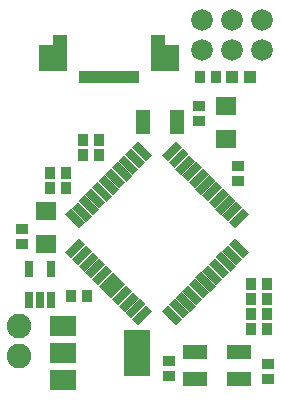
<source format=gts>
G75*
G70*
%OFA0B0*%
%FSLAX24Y24*%
%IPPOS*%
%LPD*%
%AMOC8*
5,1,8,0,0,1.08239X$1,22.5*
%
%ADD10R,0.0434X0.0356*%
%ADD11R,0.0710X0.0631*%
%ADD12R,0.0356X0.0434*%
%ADD13R,0.0395X0.0395*%
%ADD14R,0.0671X0.0277*%
%ADD15R,0.0277X0.0671*%
%ADD16R,0.0828X0.0513*%
%ADD17R,0.0474X0.0789*%
%ADD18R,0.0297X0.0552*%
%ADD19C,0.0720*%
%ADD20R,0.0198X0.0395*%
%ADD21R,0.0453X0.0866*%
%ADD22R,0.0512X0.1201*%
%ADD23R,0.0867X0.0671*%
%ADD24R,0.0867X0.1576*%
%ADD25C,0.0820*%
D10*
X000960Y005820D03*
X000960Y006332D03*
X005860Y001932D03*
X005860Y001420D03*
X009160Y001320D03*
X009160Y001832D03*
X008160Y007920D03*
X008160Y008432D03*
X006860Y009920D03*
X006860Y010432D03*
D11*
X007760Y010428D03*
X007760Y009325D03*
X001760Y006928D03*
X001760Y005825D03*
D12*
X001904Y007676D03*
X001904Y008176D03*
X002416Y008176D03*
X002416Y007676D03*
X003004Y008776D03*
X003004Y009276D03*
X003516Y009276D03*
X003516Y008776D03*
X003116Y004076D03*
X002604Y004076D03*
X006904Y011376D03*
X007416Y011376D03*
X008604Y004476D03*
X008604Y003976D03*
X008604Y003476D03*
X008604Y002976D03*
X009116Y002976D03*
X009116Y003476D03*
X009116Y003976D03*
X009116Y004476D03*
D13*
X008555Y011376D03*
X007965Y011376D03*
D14*
G36*
X005093Y008570D02*
X004620Y009042D01*
X004815Y009238D01*
X005288Y008766D01*
X005093Y008570D01*
G37*
G36*
X004871Y008347D02*
X004398Y008819D01*
X004593Y009015D01*
X005066Y008543D01*
X004871Y008347D01*
G37*
G36*
X004648Y008123D02*
X004175Y008595D01*
X004370Y008791D01*
X004843Y008319D01*
X004648Y008123D01*
G37*
G36*
X004426Y007900D02*
X003953Y008372D01*
X004148Y008568D01*
X004621Y008096D01*
X004426Y007900D01*
G37*
G36*
X004204Y007677D02*
X003731Y008149D01*
X003926Y008345D01*
X004399Y007873D01*
X004204Y007677D01*
G37*
G36*
X003982Y007454D02*
X003509Y007926D01*
X003704Y008122D01*
X004177Y007650D01*
X003982Y007454D01*
G37*
G36*
X003759Y007231D02*
X003286Y007703D01*
X003481Y007899D01*
X003954Y007427D01*
X003759Y007231D01*
G37*
G36*
X003537Y007008D02*
X003064Y007480D01*
X003259Y007676D01*
X003732Y007204D01*
X003537Y007008D01*
G37*
G36*
X003315Y006785D02*
X002842Y007257D01*
X003037Y007453D01*
X003510Y006981D01*
X003315Y006785D01*
G37*
G36*
X003092Y006562D02*
X002619Y007034D01*
X002814Y007230D01*
X003287Y006758D01*
X003092Y006562D01*
G37*
G36*
X002870Y006339D02*
X002397Y006811D01*
X002592Y007007D01*
X003065Y006535D01*
X002870Y006339D01*
G37*
G36*
X006105Y003115D02*
X005632Y003587D01*
X005827Y003783D01*
X006300Y003311D01*
X006105Y003115D01*
G37*
G36*
X006327Y003338D02*
X005854Y003810D01*
X006049Y004006D01*
X006522Y003534D01*
X006327Y003338D01*
G37*
G36*
X006550Y003561D02*
X006077Y004033D01*
X006272Y004229D01*
X006745Y003757D01*
X006550Y003561D01*
G37*
G36*
X006772Y003784D02*
X006299Y004256D01*
X006494Y004452D01*
X006967Y003980D01*
X006772Y003784D01*
G37*
G36*
X006994Y004007D02*
X006521Y004479D01*
X006716Y004675D01*
X007189Y004203D01*
X006994Y004007D01*
G37*
G36*
X007216Y004231D02*
X006743Y004703D01*
X006938Y004899D01*
X007411Y004427D01*
X007216Y004231D01*
G37*
G36*
X007439Y004454D02*
X006966Y004926D01*
X007161Y005122D01*
X007634Y004650D01*
X007439Y004454D01*
G37*
G36*
X007661Y004677D02*
X007188Y005149D01*
X007383Y005345D01*
X007856Y004873D01*
X007661Y004677D01*
G37*
G36*
X007883Y004900D02*
X007410Y005372D01*
X007605Y005568D01*
X008078Y005096D01*
X007883Y004900D01*
G37*
G36*
X008106Y005123D02*
X007633Y005595D01*
X007828Y005791D01*
X008301Y005319D01*
X008106Y005123D01*
G37*
G36*
X008328Y005346D02*
X007855Y005818D01*
X008050Y006014D01*
X008523Y005542D01*
X008328Y005346D01*
G37*
D15*
G36*
X008049Y006348D02*
X007853Y006543D01*
X008325Y007016D01*
X008521Y006821D01*
X008049Y006348D01*
G37*
G36*
X007826Y006571D02*
X007630Y006766D01*
X008102Y007239D01*
X008298Y007044D01*
X007826Y006571D01*
G37*
G36*
X007603Y006793D02*
X007407Y006988D01*
X007879Y007461D01*
X008075Y007266D01*
X007603Y006793D01*
G37*
G36*
X007380Y007015D02*
X007184Y007210D01*
X007656Y007683D01*
X007852Y007488D01*
X007380Y007015D01*
G37*
G36*
X007157Y007238D02*
X006961Y007433D01*
X007433Y007906D01*
X007629Y007711D01*
X007157Y007238D01*
G37*
G36*
X006934Y007460D02*
X006738Y007655D01*
X007210Y008128D01*
X007406Y007933D01*
X006934Y007460D01*
G37*
G36*
X006711Y007682D02*
X006515Y007877D01*
X006987Y008350D01*
X007183Y008155D01*
X006711Y007682D01*
G37*
G36*
X006488Y007904D02*
X006292Y008099D01*
X006764Y008572D01*
X006960Y008377D01*
X006488Y007904D01*
G37*
G36*
X006265Y008127D02*
X006069Y008322D01*
X006541Y008795D01*
X006737Y008600D01*
X006265Y008127D01*
G37*
G36*
X006041Y008349D02*
X005845Y008544D01*
X006317Y009017D01*
X006513Y008822D01*
X006041Y008349D01*
G37*
G36*
X005818Y008571D02*
X005622Y008766D01*
X006094Y009239D01*
X006290Y009044D01*
X005818Y008571D01*
G37*
G36*
X003264Y004670D02*
X003068Y004865D01*
X003540Y005338D01*
X003736Y005143D01*
X003264Y004670D01*
G37*
G36*
X003487Y004447D02*
X003291Y004642D01*
X003763Y005115D01*
X003959Y004920D01*
X003487Y004447D01*
G37*
G36*
X003710Y004225D02*
X003514Y004420D01*
X003986Y004893D01*
X004182Y004698D01*
X003710Y004225D01*
G37*
G36*
X003933Y004003D02*
X003737Y004198D01*
X004209Y004671D01*
X004405Y004476D01*
X003933Y004003D01*
G37*
G36*
X004156Y003780D02*
X003960Y003975D01*
X004432Y004448D01*
X004628Y004253D01*
X004156Y003780D01*
G37*
G36*
X004379Y003558D02*
X004183Y003753D01*
X004655Y004226D01*
X004851Y004031D01*
X004379Y003558D01*
G37*
G36*
X004603Y003336D02*
X004407Y003531D01*
X004879Y004004D01*
X005075Y003809D01*
X004603Y003336D01*
G37*
G36*
X004826Y003113D02*
X004630Y003308D01*
X005102Y003781D01*
X005298Y003586D01*
X004826Y003113D01*
G37*
G36*
X003041Y004892D02*
X002845Y005087D01*
X003317Y005560D01*
X003513Y005365D01*
X003041Y004892D01*
G37*
G36*
X002818Y005114D02*
X002622Y005309D01*
X003094Y005782D01*
X003290Y005587D01*
X002818Y005114D01*
G37*
G36*
X002595Y005336D02*
X002399Y005531D01*
X002871Y006004D01*
X003067Y005809D01*
X002595Y005336D01*
G37*
D16*
X006732Y002229D03*
X006732Y001324D03*
X008188Y001324D03*
X008188Y002229D03*
D17*
X006111Y009876D03*
X005009Y009876D03*
D18*
X001934Y004988D03*
X001934Y003965D03*
X001560Y003965D03*
X001186Y003965D03*
X001186Y004988D03*
D19*
X006960Y012276D03*
X006960Y013276D03*
X007960Y013276D03*
X007960Y012276D03*
X008960Y012276D03*
X008960Y013276D03*
D20*
X004746Y011392D03*
X004549Y011392D03*
X004352Y011392D03*
X004155Y011392D03*
X003958Y011392D03*
X003762Y011392D03*
X003565Y011392D03*
X003368Y011392D03*
X003171Y011392D03*
X002974Y011392D03*
D21*
X001764Y012022D03*
X005956Y012022D03*
D22*
X005494Y012189D03*
X002226Y012189D03*
D23*
X002320Y003082D03*
X002320Y002176D03*
X002320Y001271D03*
D24*
X004800Y002176D03*
D25*
X000860Y002076D03*
X000860Y003076D03*
M02*

</source>
